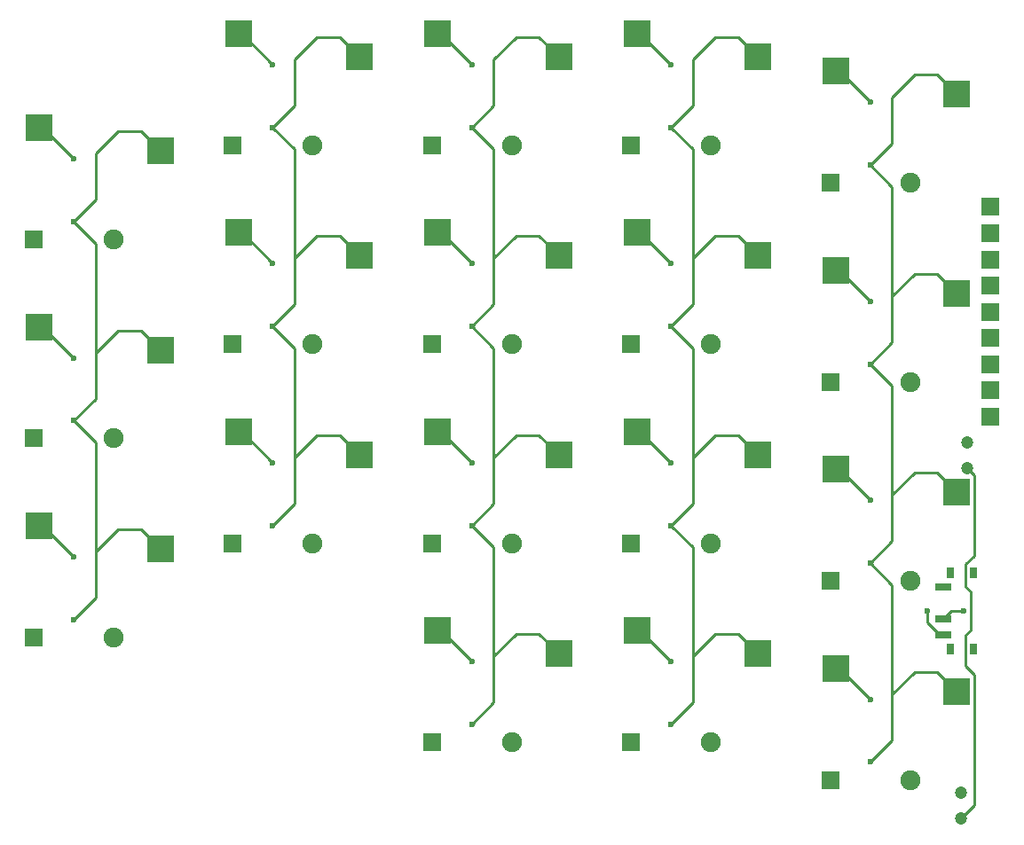
<source format=gbr>
%TF.GenerationSoftware,KiCad,Pcbnew,7.0.7*%
%TF.CreationDate,2023-11-30T20:13:54-05:00*%
%TF.ProjectId,pcb,7063622e-6b69-4636-9164-5f7063625858,v1.0.0*%
%TF.SameCoordinates,Original*%
%TF.FileFunction,Copper,L2,Bot*%
%TF.FilePolarity,Positive*%
%FSLAX46Y46*%
G04 Gerber Fmt 4.6, Leading zero omitted, Abs format (unit mm)*
G04 Created by KiCad (PCBNEW 7.0.7) date 2023-11-30 20:13:54*
%MOMM*%
%LPD*%
G01*
G04 APERTURE LIST*
%TA.AperFunction,ComponentPad*%
%ADD10C,1.200000*%
%TD*%
%TA.AperFunction,SMDPad,CuDef*%
%ADD11R,2.600000X2.600000*%
%TD*%
%TA.AperFunction,ComponentPad*%
%ADD12R,1.778000X1.778000*%
%TD*%
%TA.AperFunction,ComponentPad*%
%ADD13C,1.905000*%
%TD*%
%TA.AperFunction,ComponentPad*%
%ADD14C,0.600000*%
%TD*%
%TA.AperFunction,SMDPad,CuDef*%
%ADD15R,0.800000X1.000000*%
%TD*%
%TA.AperFunction,SMDPad,CuDef*%
%ADD16R,1.500000X0.700000*%
%TD*%
%TA.AperFunction,Conductor*%
%ADD17C,0.250000*%
%TD*%
G04 APERTURE END LIST*
D10*
%TO.P,,1*%
%TO.N,POS*%
X84625000Y-500000D03*
%TO.P,,2*%
%TO.N,GND*%
X84625000Y-3000000D03*
%TD*%
D11*
%TO.P,S16,1*%
%TO.N,inner_col_far*%
X72725000Y30350000D03*
%TO.P,S16,2*%
%TO.N,col_far*%
X84275000Y28150000D03*
%TD*%
D12*
%TO.P,REF\u002A\u002A,1*%
%TO.N,row_outer*%
X87500000Y42900000D03*
%TD*%
D11*
%TO.P,S2,1*%
%TO.N,home_col_pinky*%
X-3275000Y43950000D03*
%TO.P,S2,2*%
%TO.N,col_pinky*%
X8275000Y41750000D03*
%TD*%
%TO.P,S11,1*%
%TO.N,thumb_col_index*%
X53725000Y14950000D03*
%TO.P,S11,2*%
%TO.N,col_index*%
X65275000Y12750000D03*
%TD*%
D12*
%TO.P,D5,1*%
%TO.N,row_home*%
X15190000Y42300000D03*
D13*
%TO.P,D5,2*%
%TO.N,home_col_ring*%
X22810000Y42300000D03*
%TD*%
D14*
%TO.P,REF\u002A\u002A,1*%
%TO.N,inner_col_pinky*%
X0Y22000000D03*
%TD*%
D11*
%TO.P,S12,1*%
%TO.N,inner_col_index*%
X53725000Y33950000D03*
%TO.P,S12,2*%
%TO.N,col_index*%
X65275000Y31750000D03*
%TD*%
D14*
%TO.P,REF\u002A\u002A,1*%
%TO.N,col_pinky*%
X0Y35000000D03*
%TD*%
%TO.P,REF\u002A\u002A,1*%
%TO.N,home_col_ring*%
X19000000Y50000000D03*
%TD*%
D11*
%TO.P,S4,1*%
%TO.N,inner_col_ring*%
X15725000Y33950000D03*
%TO.P,S4,2*%
%TO.N,col_ring*%
X27275000Y31750000D03*
%TD*%
%TO.P,S17,1*%
%TO.N,home_col_far*%
X72725000Y49350000D03*
%TO.P,S17,2*%
%TO.N,col_far*%
X84275000Y47150000D03*
%TD*%
D12*
%TO.P,D7,1*%
%TO.N,row_thumb*%
X34190000Y4300000D03*
D13*
%TO.P,D7,2*%
%TO.N,thumb_col_middle*%
X41810000Y4300000D03*
%TD*%
D14*
%TO.P,REF\u002A\u002A,1*%
%TO.N,outer_col_middle*%
X38000000Y69000000D03*
%TD*%
D12*
%TO.P,REF\u002A\u002A,1*%
%TO.N,col_middle*%
X87500000Y50400000D03*
%TD*%
%TO.P,D10,1*%
%TO.N,row_outer*%
X34190000Y61300000D03*
D13*
%TO.P,D10,2*%
%TO.N,outer_col_middle*%
X41810000Y61300000D03*
%TD*%
D14*
%TO.P,REF\u002A\u002A,1*%
%TO.N,col_ring*%
X19000000Y25000000D03*
%TD*%
%TO.P,REF\u002A\u002A,1*%
%TO.N,thumb_col_index*%
X57000000Y12000000D03*
%TD*%
%TO.P,REF\u002A\u002A,1*%
%TO.N,inner_col_middle*%
X38000000Y31000000D03*
%TD*%
%TO.P,REF\u002A\u002A,1*%
%TO.N,home_col_far*%
X76000000Y46400000D03*
%TD*%
D11*
%TO.P,S14,1*%
%TO.N,outer_col_index*%
X53725000Y71950000D03*
%TO.P,S14,2*%
%TO.N,col_index*%
X65275000Y69750000D03*
%TD*%
D12*
%TO.P,D3,1*%
%TO.N,row_outer*%
X-3810000Y52300000D03*
D13*
%TO.P,D3,2*%
%TO.N,outer_col_pinky*%
X3810000Y52300000D03*
%TD*%
D14*
%TO.P,REF\u002A\u002A,1*%
%TO.N,col_ring*%
X19000000Y63000000D03*
%TD*%
%TO.P,REF\u002A\u002A,1*%
%TO.N,outer_col_ring*%
X19000000Y69000000D03*
%TD*%
D12*
%TO.P,D9,1*%
%TO.N,row_home*%
X34190000Y42300000D03*
D13*
%TO.P,D9,2*%
%TO.N,home_col_middle*%
X41810000Y42300000D03*
%TD*%
D14*
%TO.P,REF\u002A\u002A,1*%
%TO.N,col_ring*%
X19000000Y44000000D03*
%TD*%
D12*
%TO.P,D18,1*%
%TO.N,row_outer*%
X72190000Y57700000D03*
D13*
%TO.P,D18,2*%
%TO.N,outer_col_far*%
X79810000Y57700000D03*
%TD*%
D12*
%TO.P,D8,1*%
%TO.N,row_inner*%
X34190000Y23300000D03*
D13*
%TO.P,D8,2*%
%TO.N,inner_col_middle*%
X41810000Y23300000D03*
%TD*%
D12*
%TO.P,D13,1*%
%TO.N,row_home*%
X53190000Y42300000D03*
D13*
%TO.P,D13,2*%
%TO.N,home_col_index*%
X60810000Y42300000D03*
%TD*%
D14*
%TO.P,REF\u002A\u002A,1*%
%TO.N,outer_col_index*%
X57000000Y69000000D03*
%TD*%
%TO.P,REF\u002A\u002A,1*%
%TO.N,col_pinky*%
X0Y16000000D03*
%TD*%
D11*
%TO.P,S8,1*%
%TO.N,inner_col_middle*%
X34725000Y33950000D03*
%TO.P,S8,2*%
%TO.N,col_middle*%
X46275000Y31750000D03*
%TD*%
D12*
%TO.P,REF\u002A\u002A,1*%
%TO.N,col_index*%
X87500000Y52900000D03*
%TD*%
D14*
%TO.P,REF\u002A\u002A,1*%
%TO.N,col_far*%
X76000000Y59400000D03*
%TD*%
D12*
%TO.P,REF\u002A\u002A,1*%
%TO.N,row_thumb*%
X87500000Y35400000D03*
%TD*%
D11*
%TO.P,S5,1*%
%TO.N,home_col_ring*%
X15725000Y52950000D03*
%TO.P,S5,2*%
%TO.N,col_ring*%
X27275000Y50750000D03*
%TD*%
D14*
%TO.P,REF\u002A\u002A,1*%
%TO.N,thumb_col_far*%
X76000000Y8400000D03*
%TD*%
D11*
%TO.P,S10,1*%
%TO.N,outer_col_middle*%
X34725000Y71950000D03*
%TO.P,S10,2*%
%TO.N,col_middle*%
X46275000Y69750000D03*
%TD*%
D12*
%TO.P,REF\u002A\u002A,1*%
%TO.N,col_pinky*%
X87500000Y45400000D03*
%TD*%
D11*
%TO.P,S1,1*%
%TO.N,inner_col_pinky*%
X-3275000Y24950000D03*
%TO.P,S1,2*%
%TO.N,col_pinky*%
X8275000Y22750000D03*
%TD*%
D14*
%TO.P,REF\u002A\u002A,1*%
%TO.N,col_pinky*%
X0Y54000000D03*
%TD*%
%TO.P,REF\u002A\u002A,1*%
%TO.N,home_col_middle*%
X38000000Y50000000D03*
%TD*%
%TO.P,REF\u002A\u002A,1*%
%TO.N,col_far*%
X76000000Y40400000D03*
%TD*%
%TO.P,REF\u002A\u002A,1*%
%TO.N,col_far*%
X76000000Y21400000D03*
%TD*%
D12*
%TO.P,REF\u002A\u002A,1*%
%TO.N,row_inner*%
X87500000Y37900000D03*
%TD*%
%TO.P,REF\u002A\u002A,1*%
%TO.N,col_ring*%
X87500000Y47900000D03*
%TD*%
D14*
%TO.P,REF\u002A\u002A,1*%
%TO.N,col_middle*%
X38000000Y25000000D03*
%TD*%
%TO.P,REF\u002A\u002A,1*%
%TO.N,col_index*%
X57000000Y6000000D03*
%TD*%
%TO.P,REF\u002A\u002A,1*%
%TO.N,outer_col_pinky*%
X0Y60000000D03*
%TD*%
%TO.P,REF\u002A\u002A,1*%
%TO.N,col_middle*%
X38000000Y6000000D03*
%TD*%
%TO.P,REF\u002A\u002A,1*%
%TO.N,col_middle*%
X38000000Y63000000D03*
%TD*%
D12*
%TO.P,REF\u002A\u002A,1*%
%TO.N,row_home*%
X87500000Y40400000D03*
%TD*%
D11*
%TO.P,S13,1*%
%TO.N,home_col_index*%
X53725000Y52950000D03*
%TO.P,S13,2*%
%TO.N,col_index*%
X65275000Y50750000D03*
%TD*%
%TO.P,S18,1*%
%TO.N,outer_col_far*%
X72725000Y68350000D03*
%TO.P,S18,2*%
%TO.N,col_far*%
X84275000Y66150000D03*
%TD*%
D14*
%TO.P,REF\u002A\u002A,1*%
%TO.N,col_far*%
X76000000Y2400000D03*
%TD*%
D12*
%TO.P,D14,1*%
%TO.N,row_outer*%
X53190000Y61300000D03*
D13*
%TO.P,D14,2*%
%TO.N,outer_col_index*%
X60810000Y61300000D03*
%TD*%
D14*
%TO.P,REF\u002A\u002A,1*%
%TO.N,outer_col_far*%
X76000000Y65400000D03*
%TD*%
D11*
%TO.P,S9,1*%
%TO.N,home_col_middle*%
X34725000Y52950000D03*
%TO.P,S9,2*%
%TO.N,col_middle*%
X46275000Y50750000D03*
%TD*%
D14*
%TO.P,REF\u002A\u002A,1*%
%TO.N,inner_col_far*%
X76000000Y27400000D03*
%TD*%
D11*
%TO.P,S15,1*%
%TO.N,thumb_col_far*%
X72725000Y11350000D03*
%TO.P,S15,2*%
%TO.N,col_far*%
X84275000Y9150000D03*
%TD*%
D14*
%TO.P,REF\u002A\u002A,1*%
%TO.N,col_middle*%
X38000000Y44000000D03*
%TD*%
D12*
%TO.P,D16,1*%
%TO.N,row_inner*%
X72190000Y19700000D03*
D13*
%TO.P,D16,2*%
%TO.N,inner_col_far*%
X79810000Y19700000D03*
%TD*%
D12*
%TO.P,D4,1*%
%TO.N,row_inner*%
X15190000Y23300000D03*
D13*
%TO.P,D4,2*%
%TO.N,inner_col_ring*%
X22810000Y23300000D03*
%TD*%
D11*
%TO.P,S6,1*%
%TO.N,outer_col_ring*%
X15725000Y71950000D03*
%TO.P,S6,2*%
%TO.N,col_ring*%
X27275000Y69750000D03*
%TD*%
D12*
%TO.P,REF\u002A\u002A,1*%
%TO.N,col_far*%
X87500000Y55400000D03*
%TD*%
%TO.P,D12,1*%
%TO.N,row_inner*%
X53190000Y23300000D03*
D13*
%TO.P,D12,2*%
%TO.N,inner_col_index*%
X60810000Y23300000D03*
%TD*%
D14*
%TO.P,REF\u002A\u002A,1*%
%TO.N,inner_col_ring*%
X19000000Y31000000D03*
%TD*%
D12*
%TO.P,D15,1*%
%TO.N,row_thumb*%
X72190000Y700000D03*
D13*
%TO.P,D15,2*%
%TO.N,thumb_col_far*%
X79810000Y700000D03*
%TD*%
D14*
%TO.P,REF\u002A\u002A,1*%
%TO.N,thumb_col_middle*%
X38000000Y12000000D03*
%TD*%
D12*
%TO.P,D17,1*%
%TO.N,row_home*%
X72190000Y38700000D03*
D13*
%TO.P,D17,2*%
%TO.N,home_col_far*%
X79810000Y38700000D03*
%TD*%
D12*
%TO.P,D2,1*%
%TO.N,row_home*%
X-3810000Y33300000D03*
D13*
%TO.P,D2,2*%
%TO.N,home_col_pinky*%
X3810000Y33300000D03*
%TD*%
D15*
%TO.P,,*%
%TO.N,*%
X83645000Y13175000D03*
X85855000Y13175000D03*
D14*
%TO.N,POS*%
X81425000Y16825000D03*
%TO.N,RAW*%
X84925000Y16825000D03*
D15*
%TO.N,*%
X83645000Y20475000D03*
X85855000Y20475000D03*
D16*
%TO.P,,1*%
%TO.N,N/C*%
X82995000Y19075000D03*
%TO.P,,2*%
%TO.N,RAW*%
X82995000Y16075000D03*
%TO.P,,3*%
%TO.N,POS*%
X82995000Y14575000D03*
%TD*%
D14*
%TO.P,REF\u002A\u002A,1*%
%TO.N,col_index*%
X57000000Y44000000D03*
%TD*%
D11*
%TO.P,S3,1*%
%TO.N,outer_col_pinky*%
X-3275000Y62950000D03*
%TO.P,S3,2*%
%TO.N,col_pinky*%
X8275000Y60750000D03*
%TD*%
D10*
%TO.P,,1*%
%TO.N,RAW*%
X85250000Y32950000D03*
%TO.P,,2*%
%TO.N,GND*%
X85250000Y30450000D03*
%TD*%
D14*
%TO.P,REF\u002A\u002A,1*%
%TO.N,col_index*%
X57000000Y25000000D03*
%TD*%
%TO.P,REF\u002A\u002A,1*%
%TO.N,col_index*%
X57000000Y63000000D03*
%TD*%
%TO.P,REF\u002A\u002A,1*%
%TO.N,home_col_index*%
X57000000Y50000000D03*
%TD*%
%TO.P,REF\u002A\u002A,1*%
%TO.N,home_col_pinky*%
X0Y41000000D03*
%TD*%
%TO.P,REF\u002A\u002A,1*%
%TO.N,inner_col_index*%
X57000000Y31000000D03*
%TD*%
D12*
%TO.P,D11,1*%
%TO.N,row_thumb*%
X53190000Y4300000D03*
D13*
%TO.P,D11,2*%
%TO.N,thumb_col_index*%
X60810000Y4300000D03*
%TD*%
D11*
%TO.P,S7,1*%
%TO.N,thumb_col_middle*%
X34725000Y14950000D03*
%TO.P,S7,2*%
%TO.N,col_middle*%
X46275000Y12750000D03*
%TD*%
D12*
%TO.P,D6,1*%
%TO.N,row_outer*%
X15190000Y61300000D03*
D13*
%TO.P,D6,2*%
%TO.N,outer_col_ring*%
X22810000Y61300000D03*
%TD*%
D12*
%TO.P,D1,1*%
%TO.N,row_inner*%
X-3810000Y14300000D03*
D13*
%TO.P,D1,2*%
%TO.N,inner_col_pinky*%
X3810000Y14300000D03*
%TD*%
D17*
%TO.N,inner_col_pinky*%
X-3275000Y24950000D02*
X-2950000Y24950000D01*
X-2950000Y24950000D02*
X0Y22000000D01*
%TO.N,col_pinky*%
X4223350Y24625000D02*
X2089500Y22491150D01*
X2089500Y37089500D02*
X2089500Y51910500D01*
X2089500Y18089500D02*
X2089500Y32910500D01*
X4223350Y43625000D02*
X2089500Y41491150D01*
X2089500Y22491150D02*
X2089500Y18089500D01*
X6400000Y24625000D02*
X4223350Y24625000D01*
X2089500Y56089500D02*
X0Y54000000D01*
X4223350Y62625000D02*
X2089500Y60491150D01*
X6400000Y62625000D02*
X4223350Y62625000D01*
X8275000Y22750000D02*
X6400000Y24625000D01*
X2089500Y60491150D02*
X2089500Y56089500D01*
X2089500Y41491150D02*
X2089500Y37089500D01*
X0Y35000000D02*
X2089500Y37089500D01*
X6400000Y43625000D02*
X4223350Y43625000D01*
X2089500Y32910500D02*
X0Y35000000D01*
X2089500Y51910500D02*
X0Y54000000D01*
X8275000Y60750000D02*
X6400000Y62625000D01*
X8275000Y41750000D02*
X6400000Y43625000D01*
X0Y16000000D02*
X2089500Y18089500D01*
%TO.N,home_col_pinky*%
X-2950000Y43950000D02*
X0Y41000000D01*
X-3275000Y43950000D02*
X-2950000Y43950000D01*
%TO.N,outer_col_pinky*%
X-3275000Y62950000D02*
X-2950000Y62950000D01*
X-2950000Y62950000D02*
X0Y60000000D01*
%TO.N,inner_col_ring*%
X15725000Y33950000D02*
X16050000Y33950000D01*
X16050000Y33950000D02*
X19000000Y31000000D01*
%TO.N,col_ring*%
X27275000Y69750000D02*
X25400000Y71625000D01*
X21089500Y31491150D02*
X21089500Y27089500D01*
X21089500Y46089500D02*
X21089500Y60910500D01*
X23223350Y52625000D02*
X21089500Y50491150D01*
X21089500Y27089500D02*
X21089500Y41910500D01*
X21089500Y50491150D02*
X21089500Y46089500D01*
X27275000Y50750000D02*
X25400000Y52625000D01*
X25400000Y71625000D02*
X23223350Y71625000D01*
X21089500Y65089500D02*
X19000000Y63000000D01*
X21089500Y60910500D02*
X19000000Y63000000D01*
X23223350Y71625000D02*
X21089500Y69491150D01*
X21089500Y41910500D02*
X19000000Y44000000D01*
X19000000Y25000000D02*
X21089500Y27089500D01*
X19000000Y44000000D02*
X21089500Y46089500D01*
X23223350Y33625000D02*
X21089500Y31491150D01*
X21089500Y69491150D02*
X21089500Y65089500D01*
X25400000Y52625000D02*
X23223350Y52625000D01*
X27275000Y31750000D02*
X25400000Y33625000D01*
X25400000Y33625000D02*
X23223350Y33625000D01*
%TO.N,home_col_ring*%
X16050000Y52950000D02*
X19000000Y50000000D01*
X15725000Y52950000D02*
X16050000Y52950000D01*
%TO.N,outer_col_ring*%
X15725000Y71950000D02*
X16050000Y71950000D01*
X16050000Y71950000D02*
X19000000Y69000000D01*
%TO.N,thumb_col_middle*%
X34725000Y14950000D02*
X35050000Y14950000D01*
X35050000Y14950000D02*
X38000000Y12000000D01*
%TO.N,col_middle*%
X38000000Y6000000D02*
X40089500Y8089500D01*
X46275000Y12750000D02*
X44400000Y14625000D01*
X44400000Y33625000D02*
X42223350Y33625000D01*
X40089500Y31491150D02*
X40089500Y27089500D01*
X40089500Y60910500D02*
X38000000Y63000000D01*
X40089500Y12491150D02*
X40089500Y8089500D01*
X42223350Y33625000D02*
X40089500Y31491150D01*
X46275000Y31750000D02*
X44400000Y33625000D01*
X40089500Y8089500D02*
X40089500Y22910500D01*
X44400000Y14625000D02*
X42223350Y14625000D01*
X40089500Y22910500D02*
X38000000Y25000000D01*
X42223350Y52625000D02*
X40089500Y50491150D01*
X40089500Y46089500D02*
X40089500Y60910500D01*
X44400000Y52625000D02*
X42223350Y52625000D01*
X40089500Y50491150D02*
X40089500Y46089500D01*
X40089500Y65089500D02*
X38000000Y63000000D01*
X38000000Y44000000D02*
X40089500Y46089500D01*
X42223350Y14625000D02*
X40089500Y12491150D01*
X40089500Y69491150D02*
X40089500Y65089500D01*
X38000000Y25000000D02*
X40089500Y27089500D01*
X40089500Y41910500D02*
X38000000Y44000000D01*
X44400000Y71625000D02*
X42223350Y71625000D01*
X40089500Y27089500D02*
X40089500Y41910500D01*
X46275000Y50750000D02*
X44400000Y52625000D01*
X42223350Y71625000D02*
X40089500Y69491150D01*
X46275000Y69750000D02*
X44400000Y71625000D01*
%TO.N,inner_col_middle*%
X34725000Y33950000D02*
X35050000Y33950000D01*
X35050000Y33950000D02*
X38000000Y31000000D01*
%TO.N,home_col_middle*%
X35050000Y52950000D02*
X38000000Y50000000D01*
X34725000Y52950000D02*
X35050000Y52950000D01*
%TO.N,outer_col_middle*%
X35050000Y71950000D02*
X38000000Y69000000D01*
X34725000Y71950000D02*
X35050000Y71950000D01*
%TO.N,thumb_col_index*%
X53725000Y14950000D02*
X54050000Y14950000D01*
X54050000Y14950000D02*
X57000000Y12000000D01*
%TO.N,col_index*%
X59089500Y12491150D02*
X59089500Y8089500D01*
X59089500Y22910500D02*
X57000000Y25000000D01*
X65275000Y31750000D02*
X63400000Y33625000D01*
X63400000Y71625000D02*
X61223350Y71625000D01*
X59089500Y65089500D02*
X57000000Y63000000D01*
X63400000Y52625000D02*
X61223350Y52625000D01*
X59089500Y41910500D02*
X57000000Y44000000D01*
X65275000Y69750000D02*
X63400000Y71625000D01*
X59089500Y8089500D02*
X59089500Y22910500D01*
X59089500Y60910500D02*
X57000000Y63000000D01*
X63400000Y33625000D02*
X61223350Y33625000D01*
X65275000Y50750000D02*
X63400000Y52625000D01*
X63400000Y14625000D02*
X61223350Y14625000D01*
X59089500Y31491150D02*
X59089500Y27089500D01*
X59089500Y50491150D02*
X59089500Y46089500D01*
X57000000Y6000000D02*
X59089500Y8089500D01*
X61223350Y52625000D02*
X59089500Y50491150D01*
X61223350Y71625000D02*
X59089500Y69491150D01*
X59089500Y69491150D02*
X59089500Y65089500D01*
X61223350Y14625000D02*
X59089500Y12491150D01*
X61223350Y33625000D02*
X59089500Y31491150D01*
X57000000Y44000000D02*
X59089500Y46089500D01*
X65275000Y12750000D02*
X63400000Y14625000D01*
X59089500Y46089500D02*
X59089500Y60910500D01*
X57000000Y25000000D02*
X59089500Y27089500D01*
X59089500Y27089500D02*
X59089500Y41910500D01*
%TO.N,inner_col_index*%
X53725000Y33950000D02*
X54050000Y33950000D01*
X54050000Y33950000D02*
X57000000Y31000000D01*
%TO.N,home_col_index*%
X53725000Y52950000D02*
X54050000Y52950000D01*
X54050000Y52950000D02*
X57000000Y50000000D01*
%TO.N,outer_col_index*%
X54050000Y71950000D02*
X57000000Y69000000D01*
X53725000Y71950000D02*
X54050000Y71950000D01*
%TO.N,thumb_col_far*%
X72725000Y11350000D02*
X73050000Y11350000D01*
X73050000Y11350000D02*
X76000000Y8400000D01*
%TO.N,col_far*%
X80223350Y11025000D02*
X78089500Y8891150D01*
X82400000Y30025000D02*
X80223350Y30025000D01*
X80223350Y68025000D02*
X78089500Y65891150D01*
X76000000Y21400000D02*
X78089500Y23489500D01*
X82400000Y11025000D02*
X80223350Y11025000D01*
X78089500Y19310500D02*
X76000000Y21400000D01*
X78089500Y4489500D02*
X78089500Y19310500D01*
X84275000Y66150000D02*
X82400000Y68025000D01*
X84275000Y47150000D02*
X82400000Y49025000D01*
X76000000Y2400000D02*
X78089500Y4489500D01*
X82400000Y68025000D02*
X80223350Y68025000D01*
X78089500Y61489500D02*
X76000000Y59400000D01*
X84275000Y28150000D02*
X82400000Y30025000D01*
X78089500Y46891150D02*
X78089500Y42489500D01*
X78089500Y57310500D02*
X76000000Y59400000D01*
X80223350Y49025000D02*
X78089500Y46891150D01*
X78089500Y42489500D02*
X78089500Y57310500D01*
X78089500Y23489500D02*
X78089500Y38310500D01*
X80223350Y30025000D02*
X78089500Y27891150D01*
X78089500Y38310500D02*
X76000000Y40400000D01*
X78089500Y27891150D02*
X78089500Y23489500D01*
X78089500Y65891150D02*
X78089500Y61489500D01*
X84275000Y9150000D02*
X82400000Y11025000D01*
X76000000Y40400000D02*
X78089500Y42489500D01*
X78089500Y8891150D02*
X78089500Y4489500D01*
X82400000Y49025000D02*
X80223350Y49025000D01*
%TO.N,inner_col_far*%
X72725000Y30350000D02*
X73050000Y30350000D01*
X73050000Y30350000D02*
X76000000Y27400000D01*
%TO.N,home_col_far*%
X72725000Y49350000D02*
X73050000Y49350000D01*
X73050000Y49350000D02*
X76000000Y46400000D01*
%TO.N,outer_col_far*%
X72725000Y68350000D02*
X73050000Y68350000D01*
X73050000Y68350000D02*
X76000000Y65400000D01*
%TO.N,POS*%
X82595000Y14575000D02*
X81425000Y15745000D01*
X82995000Y14575000D02*
X82595000Y14575000D01*
X81425000Y15745000D02*
X81425000Y16825000D01*
%TO.N,RAW*%
X83745000Y16825000D02*
X82995000Y16075000D01*
X84925000Y16825000D02*
X83745000Y16825000D01*
%TO.N,GND*%
X85130000Y21300000D02*
X85130000Y19116726D01*
X85900000Y10775000D02*
X85900000Y-1725000D01*
X85900000Y22070000D02*
X85130000Y21300000D01*
X85580000Y14980000D02*
X85130000Y14530000D01*
X85130000Y11545000D02*
X85900000Y10775000D01*
X85580000Y18666726D02*
X85580000Y14980000D01*
X85130000Y14530000D02*
X85130000Y11545000D01*
X85130000Y19116726D02*
X85580000Y18666726D01*
X85900000Y29800000D02*
X85900000Y22070000D01*
X85900000Y-1725000D02*
X84625000Y-3000000D01*
X85250000Y30450000D02*
X85900000Y29800000D01*
%TD*%
M02*

</source>
